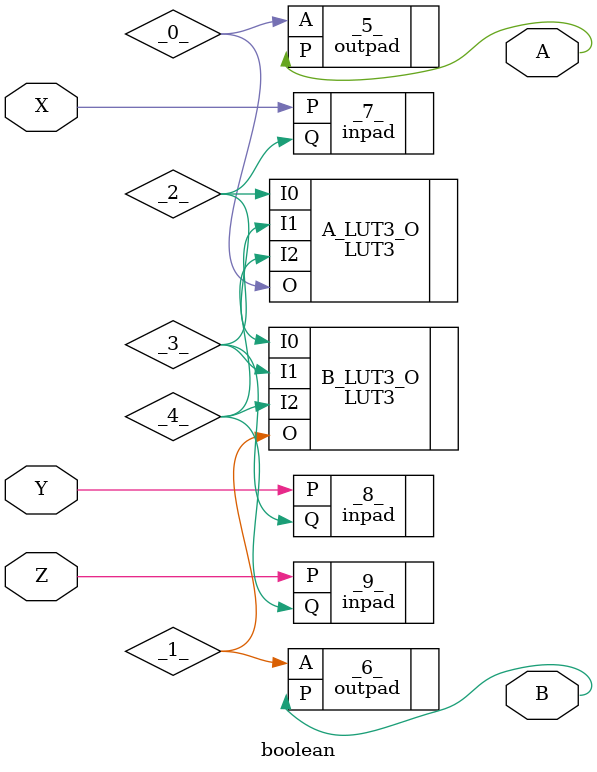
<source format=v>
/* Generated by Yosys 0.9+2406 (git sha1 ca763e6d5, gcc 10.2.1-6 -fPIC -Os) */

(* top =  1  *)
(* src = "/data/data/com.termux/files/home/fpga-examples/blink/helloworldfpga.v:1.1-15.14" *)
module boolean(X, Y, Z, A, B);
  wire _0_;
  wire _1_;
  wire _2_;
  wire _3_;
  wire _4_;
  (* src = "/data/data/com.termux/files/home/fpga-examples/blink/helloworldfpga.v:7.13-7.14" *)
  output A;
  (* src = "/data/data/com.termux/files/home/fpga-examples/blink/helloworldfpga.v:8.13-8.14" *)
  output B;
  (* src = "/data/data/com.termux/files/home/fpga-examples/blink/helloworldfpga.v:3.13-3.14" *)
  input X;
  (* src = "/data/data/com.termux/files/home/fpga-examples/blink/helloworldfpga.v:4.13-4.14" *)
  input Y;
  (* src = "/data/data/com.termux/files/home/fpga-examples/blink/helloworldfpga.v:5.13-5.14" *)
  input Z;
  (* keep = 32'd1 *)
  outpad #(
    .IO_LOC("X20Y32"),
    .IO_PAD("33"),
    .IO_TYPE("BIDIR")
  ) _5_ (
    .A(_0_),
    .P(A)
  );
  (* keep = 32'd1 *)
  outpad #(
    .IO_LOC("X30Y32"),
    .IO_PAD("38"),
    .IO_TYPE("BIDIR")
  ) _6_ (
    .A(_1_),
    .P(B)
  );
  (* keep = 32'd1 *)
  inpad #(
    .IO_LOC("X10Y32"),
    .IO_PAD("27"),
    .IO_TYPE("BIDIR")
  ) _7_ (
    .P(X),
    .Q(_2_)
  );
  (* keep = 32'd1 *)
  inpad #(
    .IO_LOC("X12Y32"),
    .IO_PAD("28"),
    .IO_TYPE("BIDIR")
  ) _8_ (
    .P(Y),
    .Q(_3_)
  );
  (* keep = 32'd1 *)
  inpad #(
    .IO_LOC("X16Y32"),
    .IO_PAD("31"),
    .IO_TYPE("BIDIR")
  ) _9_ (
    .P(Z),
    .Q(_4_)
  );
  (* module_not_derived = 32'd1 *)
  (* src = "/data/data/com.termux/files/home/symbiflow/bin/../share/yosys/quicklogic/pp3_lut_map.v:36.63-36.121" *)
  LUT3 #(
    .EQN("(~I0*I1*~I2)+(~I0*~I1*I2)+(~I0*I1*I2)"),
    .INIT(9'h0a8)
  ) A_LUT3_O (
    .I0(_2_),
    .I1(_3_),
    .I2(_4_),
    .O(_0_)
  );
  (* module_not_derived = 32'd1 *)
  (* src = "/data/data/com.termux/files/home/symbiflow/bin/../share/yosys/quicklogic/pp3_lut_map.v:36.63-36.121" *)
  LUT3 #(
    .EQN("(~I0*I1*~I2)+(~I0*~I1*I2)+(~I0*I1*I2)"),
    .INIT(9'h0a8)
  ) B_LUT3_O (
    .I0(_2_),
    .I1(_3_),
    .I2(_4_),
    .O(_1_)
  );
endmodule

</source>
